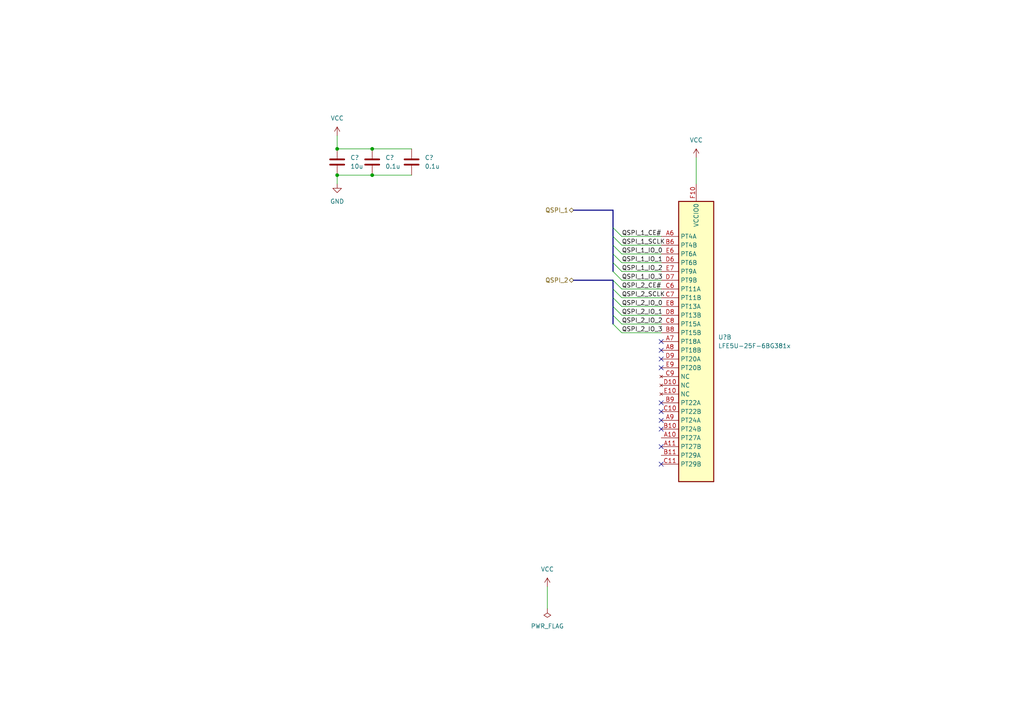
<source format=kicad_sch>
(kicad_sch (version 20211123) (generator eeschema)
  (paper "A4")
  (lib_symbols
    (symbol "Device:C" (pin_numbers hide) (pin_names (offset 0.254))
      (property "Reference" "C" (at 0.635 2.54 0))
      (property "Value" "C" (at 0.635 -2.54 0))
      (symbol "C_0_1"
        (polyline (pts (xy -2.032 -0.762) (xy 2.032 -0.762)) (stroke (width 0.508)))
        (polyline (pts (xy -2.032 0.762) (xy 2.032 0.762)) (stroke (width 0.508)))
      )
      (symbol "C_1_1"
        (pin passive line (at 0 3.81 270) (length 2.794) (name "~") (number "1"))
        (pin passive line (at 0 -3.81 90) (length 2.794) (name "~") (number "2"))
      )
    )
    (symbol "fpga_extension_library:LFE5U-25F-6BG381x"
      (property "Reference" "U" (at 24.13 16.51 0))
      (property "Value" "LFE5U-25F-6BG381x" (at 24.13 13.97 0))
      (symbol "LFE5U-25F-6BG381x_1_1"
        (rectangle (start -25.4 10.16) (end 25.4 -10.16) (stroke (width 0.3048)) (fill (type background)))
        (pin passive line (at 0 -15.24 90) (length 5.08) hide (name "GND") (number "B14"))
        (pin passive line (at 0 -15.24 90) (length 5.08) hide (name "GND") (number "B7"))
        (pin power_in line (at 0 -15.24 90) (length 5.08) (name "GND") (number "C19"))
        (pin passive line (at 0 -15.24 90) (length 5.08) hide (name "GND") (number "D4"))
        (pin passive line (at 0 -15.24 90) (length 5.08) hide (name "GND") (number "F13"))
        (pin passive line (at 0 -15.24 90) (length 5.08) hide (name "GND") (number "F14"))
        (pin passive line (at 12.7 15.24 270) (length 5.08) hide (name "VCCAUX") (number "F15"))
        (pin passive line (at 12.7 15.24 270) (length 5.08) hide (name "VCCAUX") (number "F6"))
        (pin passive line (at 0 -15.24 90) (length 5.08) hide (name "GND") (number "F7"))
        (pin passive line (at 0 -15.24 90) (length 5.08) hide (name "GND") (number "F8"))
        (pin passive line (at 0 -15.24 90) (length 5.08) hide (name "GND") (number "G10"))
        (pin passive line (at 0 -15.24 90) (length 5.08) hide (name "GND") (number "G11"))
        (pin passive line (at 0 -15.24 90) (length 5.08) hide (name "GND") (number "G12"))
        (pin passive line (at 0 -15.24 90) (length 5.08) hide (name "GND") (number "G13"))
        (pin passive line (at 0 -15.24 90) (length 5.08) hide (name "GND") (number "G14"))
        (pin passive line (at 0 -15.24 90) (length 5.08) hide (name "GND") (number "G15"))
        (pin passive line (at 0 -15.24 90) (length 5.08) hide (name "GND") (number "G17"))
        (pin passive line (at 0 -15.24 90) (length 5.08) hide (name "GND") (number "G4"))
        (pin passive line (at 0 -15.24 90) (length 5.08) hide (name "GND") (number "G6"))
        (pin passive line (at 0 -15.24 90) (length 5.08) hide (name "GND") (number "G7"))
        (pin passive line (at 0 -15.24 90) (length 5.08) hide (name "GND") (number "G8"))
        (pin passive line (at 0 -15.24 90) (length 5.08) hide (name "GND") (number "G9"))
        (pin passive line (at 0 15.24 270) (length 5.08) hide (name "VCC") (number "H10"))
        (pin passive line (at 0 15.24 270) (length 5.08) hide (name "VCC") (number "H11"))
        (pin passive line (at 0 15.24 270) (length 5.08) hide (name "VCC") (number "H12"))
        (pin power_in line (at 0 15.24 270) (length 5.08) (name "VCC") (number "H13"))
        (pin passive line (at 0 -15.24 90) (length 5.08) hide (name "GND") (number "H19"))
        (pin passive line (at 0 15.24 270) (length 5.08) hide (name "VCC") (number "H8"))
        (pin passive line (at 0 15.24 270) (length 5.08) hide (name "VCC") (number "H9"))
        (pin passive line (at 0 -15.24 90) (length 5.08) hide (name "GND") (number "J10"))
        (pin passive line (at 0 -15.24 90) (length 5.08) hide (name "GND") (number "J11"))
        (pin passive line (at 0 -15.24 90) (length 5.08) hide (name "GND") (number "J12"))
        (pin passive line (at 0 15.24 270) (length 5.08) hide (name "VCC") (number "J13"))
        (pin passive line (at 0 -15.24 90) (length 5.08) hide (name "GND") (number "J14"))
        (pin passive line (at 0 -15.24 90) (length 5.08) hide (name "GND") (number "J2"))
        (pin passive line (at 0 -15.24 90) (length 5.08) hide (name "GND") (number "J7"))
        (pin passive line (at 0 15.24 270) (length 5.08) hide (name "VCC") (number "J8"))
        (pin passive line (at 0 -15.24 90) (length 5.08) hide (name "GND") (number "J9"))
        (pin passive line (at 0 -15.24 90) (length 5.08) hide (name "GND") (number "K10"))
        (pin passive line (at 0 -15.24 90) (length 5.08) hide (name "GND") (number "K11"))
        (pin passive line (at 0 -15.24 90) (length 5.08) hide (name "GND") (number "K12"))
        (pin passive line (at 0 15.24 270) (length 5.08) hide (name "VCC") (number "K13"))
        (pin passive line (at 0 -15.24 90) (length 5.08) hide (name "GND") (number "K14"))
        (pin passive line (at 0 -15.24 90) (length 5.08) hide (name "GND") (number "K15"))
        (pin passive line (at 0 -15.24 90) (length 5.08) hide (name "GND") (number "K6"))
        (pin passive line (at 0 -15.24 90) (length 5.08) hide (name "GND") (number "K7"))
        (pin passive line (at 0 15.24 270) (length 5.08) hide (name "VCC") (number "K8"))
        (pin passive line (at 0 -15.24 90) (length 5.08) hide (name "GND") (number "K9"))
        (pin passive line (at 0 -15.24 90) (length 5.08) hide (name "GND") (number "L10"))
        (pin passive line (at 0 -15.24 90) (length 5.08) hide (name "GND") (number "L11"))
        (pin passive line (at 0 -15.24 90) (length 5.08) hide (name "GND") (number "L12"))
        (pin passive line (at 0 15.24 270) (length 5.08) hide (name "VCC") (number "L13"))
        (pin passive line (at 0 15.24 270) (length 5.08) hide (name "VCC") (number "L8"))
        (pin passive line (at 0 -15.24 90) (length 5.08) hide (name "GND") (number "L9"))
        (pin passive line (at 0 -15.24 90) (length 5.08) hide (name "GND") (number "M10"))
        (pin passive line (at 0 -15.24 90) (length 5.08) hide (name "GND") (number "M11"))
        (pin passive line (at 0 -15.24 90) (length 5.08) hide (name "GND") (number "M12"))
        (pin passive line (at 0 15.24 270) (length 5.08) hide (name "VCC") (number "M13"))
        (pin passive line (at 0 -15.24 90) (length 5.08) hide (name "GND") (number "M14"))
        (pin passive line (at 0 -15.24 90) (length 5.08) hide (name "GND") (number "M16"))
        (pin passive line (at 0 -15.24 90) (length 5.08) hide (name "GND") (number "M2"))
        (pin passive line (at 0 -15.24 90) (length 5.08) hide (name "GND") (number "M7"))
        (pin passive line (at 0 15.24 270) (length 5.08) hide (name "VCC") (number "M8"))
        (pin passive line (at 0 -15.24 90) (length 5.08) hide (name "GND") (number "M9"))
        (pin passive line (at 0 15.24 270) (length 5.08) hide (name "VCC") (number "N10"))
        (pin passive line (at 0 15.24 270) (length 5.08) hide (name "VCC") (number "N11"))
        (pin passive line (at 0 15.24 270) (length 5.08) hide (name "VCC") (number "N12"))
        (pin passive line (at 0 15.24 270) (length 5.08) hide (name "VCC") (number "N13"))
        (pin passive line (at 0 -15.24 90) (length 5.08) hide (name "GND") (number "N14"))
        (pin passive line (at 0 -15.24 90) (length 5.08) hide (name "GND") (number "N15"))
        (pin passive line (at 0 -15.24 90) (length 5.08) hide (name "GND") (number "N6"))
        (pin passive line (at 0 -15.24 90) (length 5.08) hide (name "GND") (number "N7"))
        (pin passive line (at 0 15.24 270) (length 5.08) hide (name "VCC") (number "N8"))
        (pin passive line (at 0 15.24 270) (length 5.08) hide (name "VCC") (number "N9"))
        (pin passive line (at 0 -15.24 90) (length 5.08) hide (name "GND") (number "P11"))
        (pin passive line (at 0 -15.24 90) (length 5.08) hide (name "GND") (number "P12"))
        (pin passive line (at 0 -15.24 90) (length 5.08) hide (name "GND") (number "P13"))
        (pin passive line (at 0 -15.24 90) (length 5.08) hide (name "GND") (number "P14"))
        (pin power_in line (at 12.7 15.24 270) (length 5.08) (name "VCCAUX") (number "P15"))
        (pin passive line (at 12.7 15.24 270) (length 5.08) hide (name "VCCAUX") (number "P6"))
        (pin passive line (at 0 -15.24 90) (length 5.08) hide (name "GND") (number "P7"))
        (pin passive line (at 0 -15.24 90) (length 5.08) hide (name "GND") (number "P8"))
        (pin passive line (at 0 -15.24 90) (length 5.08) hide (name "GND") (number "R19"))
        (pin passive line (at 0 -15.24 90) (length 5.08) hide (name "GND") (number "T10"))
        (pin passive line (at 0 -15.24 90) (length 5.08) hide (name "GND") (number "T11"))
        (pin passive line (at 0 -15.24 90) (length 5.08) hide (name "GND") (number "T12"))
        (pin passive line (at 0 -15.24 90) (length 5.08) hide (name "GND") (number "T13"))
        (pin passive line (at 0 -15.24 90) (length 5.08) hide (name "GND") (number "T14"))
        (pin passive line (at 0 -15.24 90) (length 5.08) hide (name "GND") (number "T15"))
        (pin passive line (at 0 -15.24 90) (length 5.08) hide (name "GND") (number "T6"))
        (pin passive line (at 0 -15.24 90) (length 5.08) hide (name "GND") (number "T7"))
        (pin passive line (at 0 -15.24 90) (length 5.08) hide (name "GND") (number "T8"))
        (pin passive line (at 0 -15.24 90) (length 5.08) hide (name "GND") (number "T9"))
        (pin passive line (at 0 -15.24 90) (length 5.08) hide (name "GND") (number "U10"))
        (pin passive line (at 0 -15.24 90) (length 5.08) hide (name "GND") (number "U11"))
        (pin passive line (at 0 -15.24 90) (length 5.08) hide (name "GND") (number "U12"))
        (pin passive line (at 0 -15.24 90) (length 5.08) hide (name "GND") (number "U13"))
        (pin passive line (at 0 -15.24 90) (length 5.08) hide (name "GND") (number "U14"))
        (pin passive line (at 0 -15.24 90) (length 5.08) hide (name "GND") (number "U15"))
        (pin passive line (at 0 -15.24 90) (length 5.08) hide (name "GND") (number "U6"))
        (pin passive line (at 0 -15.24 90) (length 5.08) hide (name "GND") (number "U7"))
        (pin passive line (at 0 -15.24 90) (length 5.08) hide (name "GND") (number "U8"))
        (pin passive line (at 0 -15.24 90) (length 5.08) hide (name "GND") (number "U9"))
        (pin passive line (at 0 -15.24 90) (length 5.08) hide (name "GND") (number "V10"))
        (pin passive line (at 0 -15.24 90) (length 5.08) hide (name "GND") (number "V11"))
        (pin passive line (at 0 -15.24 90) (length 5.08) hide (name "GND") (number "V12"))
        (pin passive line (at 0 -15.24 90) (length 5.08) hide (name "GND") (number "V13"))
        (pin passive line (at 0 -15.24 90) (length 5.08) hide (name "GND") (number "V14"))
        (pin passive line (at 0 -15.24 90) (length 5.08) hide (name "GND") (number "V15"))
        (pin passive line (at 0 -15.24 90) (length 5.08) hide (name "GND") (number "V16"))
        (pin passive line (at 0 -15.24 90) (length 5.08) hide (name "GND") (number "V17"))
        (pin passive line (at 0 -15.24 90) (length 5.08) hide (name "GND") (number "V18"))
        (pin passive line (at 0 -15.24 90) (length 5.08) hide (name "GND") (number "V19"))
        (pin passive line (at 0 -15.24 90) (length 5.08) hide (name "GND") (number "V20"))
        (pin passive line (at 0 -15.24 90) (length 5.08) hide (name "GND") (number "V5"))
        (pin passive line (at 0 -15.24 90) (length 5.08) hide (name "GND") (number "V6"))
        (pin passive line (at 0 -15.24 90) (length 5.08) hide (name "GND") (number "V7"))
        (pin passive line (at 0 -15.24 90) (length 5.08) hide (name "GND") (number "V8"))
        (pin passive line (at 0 -15.24 90) (length 5.08) hide (name "GND") (number "V9"))
        (pin passive line (at 0 -15.24 90) (length 5.08) hide (name "GND") (number "W12"))
        (pin no_connect line (at 25.4 -5.08 180) (length 5.08) hide (name "RESERVED") (number "W13"))
        (pin no_connect line (at 25.4 -2.54 180) (length 5.08) hide (name "RESERVED") (number "W14"))
        (pin passive line (at 0 -15.24 90) (length 5.08) hide (name "GND") (number "W15"))
        (pin passive line (at 0 -15.24 90) (length 5.08) hide (name "GND") (number "W16"))
        (pin no_connect line (at 25.4 0 180) (length 5.08) hide (name "RESERVED") (number "W17"))
        (pin no_connect line (at 25.4 2.54 180) (length 5.08) hide (name "RESERVED") (number "W18"))
        (pin passive line (at 0 -15.24 90) (length 5.08) hide (name "GND") (number "W19"))
        (pin passive line (at 0 -15.24 90) (length 5.08) hide (name "GND") (number "W20"))
        (pin no_connect line (at -25.4 2.54 0) (length 5.08) hide (name "RESERVED") (number "W4"))
        (pin no_connect line (at -25.4 0 0) (length 5.08) hide (name "RESERVED") (number "W5"))
        (pin passive line (at 0 -15.24 90) (length 5.08) hide (name "GND") (number "W6"))
        (pin passive line (at 0 -15.24 90) (length 5.08) hide (name "GND") (number "W7"))
        (pin no_connect line (at -25.4 -2.54 0) (length 5.08) hide (name "RESERVED") (number "W8"))
        (pin no_connect line (at -25.4 -5.08 0) (length 5.08) hide (name "RESERVED") (number "W9"))
        (pin passive line (at 0 -15.24 90) (length 5.08) hide (name "GND") (number "Y11"))
        (pin passive line (at 0 -15.24 90) (length 5.08) hide (name "GND") (number "Y12"))
        (pin passive line (at 0 -15.24 90) (length 5.08) hide (name "GND") (number "Y14"))
        (pin passive line (at 0 -15.24 90) (length 5.08) hide (name "GND") (number "Y15"))
        (pin passive line (at 0 -15.24 90) (length 5.08) hide (name "GND") (number "Y16"))
        (pin passive line (at 0 -15.24 90) (length 5.08) hide (name "GND") (number "Y17"))
        (pin passive line (at 0 -15.24 90) (length 5.08) hide (name "GND") (number "Y19"))
        (pin passive line (at 0 -15.24 90) (length 5.08) hide (name "GND") (number "Y5"))
        (pin passive line (at 0 -15.24 90) (length 5.08) hide (name "GND") (number "Y6"))
        (pin passive line (at 0 -15.24 90) (length 5.08) hide (name "GND") (number "Y7"))
        (pin passive line (at 0 -15.24 90) (length 5.08) hide (name "GND") (number "Y8"))
      )
      (symbol "LFE5U-25F-6BG381x_2_1"
        (rectangle (start -5.08 40.64) (end 5.08 -40.64) (stroke (width 0.3048)) (fill (type background)))
        (pin bidirectional line (at -10.16 -27.94 0) (length 5.08) (name "PT27A") (number "A10"))
        (pin bidirectional line (at -10.16 -30.48 0) (length 5.08) (name "PT27B") (number "A11"))
        (pin bidirectional line (at -10.16 30.48 0) (length 5.08) (name "PT4A") (number "A6"))
        (pin bidirectional line (at -10.16 0 0) (length 5.08) (name "PT18A") (number "A7"))
        (pin bidirectional line (at -10.16 -2.54 0) (length 5.08) (name "PT18B") (number "A8"))
        (pin bidirectional line (at -10.16 -22.86 0) (length 5.08) (name "PT24A") (number "A9"))
        (pin bidirectional line (at -10.16 -25.4 0) (length 5.08) (name "PT24B") (number "B10"))
        (pin bidirectional line (at -10.16 -33.02 0) (length 5.08) (name "PT29A") (number "B11"))
        (pin bidirectional line (at -10.16 27.94 0) (length 5.08) (name "PT4B") (number "B6"))
        (pin bidirectional line (at -10.16 2.54 0) (length 5.08) (name "PT15B") (number "B8"))
        (pin bidirectional line (at -10.16 -17.78 0) (length 5.08) (name "PT22A") (number "B9"))
        (pin bidirectional line (at -10.16 -20.32 0) (length 5.08) (name "PT22B") (number "C10"))
        (pin bidirectional line (at -10.16 -35.56 0) (length 5.08) (name "PT29B") (number "C11"))
        (pin bidirectional line (at -10.16 15.24 0) (length 5.08) (name "PT11A") (number "C6"))
        (pin bidirectional line (at -10.16 12.7 0) (length 5.08) (name "PT11B") (number "C7"))
        (pin bidirectional line (at -10.16 5.08 0) (length 5.08) (name "PT15A") (number "C8"))
        (pin no_connect line (at -10.16 -10.16 0) (length 5.08) (name "NC") (number "C9"))
        (pin no_connect line (at -10.16 -12.7 0) (length 5.08) (name "NC") (number "D10"))
        (pin bidirectional line (at -10.16 22.86 0) (length 5.08) (name "PT6B") (number "D6"))
        (pin bidirectional line (at -10.16 17.78 0) (length 5.08) (name "PT9B") (number "D7"))
        (pin bidirectional line (at -10.16 7.62 0) (length 5.08) (name "PT13B") (number "D8"))
        (pin bidirectional line (at -10.16 -5.08 0) (length 5.08) (name "PT20A") (number "D9"))
        (pin no_connect line (at -10.16 -15.24 0) (length 5.08) (name "NC") (number "E10"))
        (pin bidirectional line (at -10.16 25.4 0) (length 5.08) (name "PT6A") (number "E6"))
        (pin bidirectional line (at -10.16 20.32 0) (length 5.08) (name "PT9A") (number "E7"))
        (pin bidirectional line (at -10.16 10.16 0) (length 5.08) (name "PT13A") (number "E8"))
        (pin bidirectional line (at -10.16 -7.62 0) (length 5.08) (name "PT20B") (number "E9"))
        (pin power_in line (at 0 45.72 270) (length 5.08) (name "VCCIO0") (number "F10"))
        (pin passive line (at 0 45.72 270) (length 5.08) hide (name "VCCIO0") (number "F9"))
      )
      (symbol "LFE5U-25F-6BG381x_3_1"
        (rectangle (start -5.08 48.26) (end 5.08 -48.26) (stroke (width 0.3048)) (fill (type background)))
        (pin bidirectional line (at -10.16 22.86 0) (length 5.08) (name "PT40A") (number "A12"))
        (pin bidirectional line (at -10.16 20.32 0) (length 5.08) (name "PT40B") (number "A13"))
        (pin bidirectional line (at -10.16 7.62 0) (length 5.08) (name "PT47A") (number "A14"))
        (pin no_connect line (at -10.16 -2.54 0) (length 5.08) (name "NC") (number "A15"))
        (pin bidirectional line (at -10.16 -15.24 0) (length 5.08) (name "PT56A") (number "A16"))
        (pin bidirectional line (at -10.16 -30.48 0) (length 5.08) (name "PT62A") (number "A17"))
        (pin bidirectional line (at -10.16 -35.56 0) (length 5.08) (name "PT65A") (number "A18"))
        (pin bidirectional line (at -10.16 -40.64 0) (length 5.08) (name "PT67A") (number "A19"))
        (pin bidirectional line (at -10.16 33.02 0) (length 5.08) (name "PT35A") (number "B12"))
        (pin bidirectional line (at -10.16 17.78 0) (length 5.08) (name "PT42A") (number "B13"))
        (pin bidirectional line (at -10.16 -5.08 0) (length 5.08) (name "PT51A") (number "B15"))
        (pin bidirectional line (at -10.16 -17.78 0) (length 5.08) (name "PT56B") (number "B16"))
        (pin bidirectional line (at -10.16 -25.4 0) (length 5.08) (name "PT60A") (number "B17"))
        (pin bidirectional line (at -10.16 -33.02 0) (length 5.08) (name "PT62B") (number "B18"))
        (pin bidirectional line (at -10.16 -38.1 0) (length 5.08) (name "PT65B") (number "B19"))
        (pin bidirectional line (at -10.16 -43.18 0) (length 5.08) (name "PT67B") (number "B20"))
        (pin bidirectional line (at -10.16 30.48 0) (length 5.08) (name "PT35B") (number "C12"))
        (pin bidirectional line (at -10.16 15.24 0) (length 5.08) (name "PT42B") (number "C13"))
        (pin bidirectional line (at -10.16 5.08 0) (length 5.08) (name "PT47B") (number "C14"))
        (pin bidirectional line (at -10.16 -7.62 0) (length 5.08) (name "PT51B") (number "C15"))
        (pin bidirectional line (at -10.16 -20.32 0) (length 5.08) (name "PT58A") (number "C16"))
        (pin bidirectional line (at -10.16 -27.94 0) (length 5.08) (name "PT60B") (number "C17"))
        (pin bidirectional line (at -10.16 38.1 0) (length 5.08) (name "PT33A") (number "D11"))
        (pin bidirectional line (at -10.16 27.94 0) (length 5.08) (name "PT38A") (number "D12"))
        (pin bidirectional line (at -10.16 12.7 0) (length 5.08) (name "PT44A") (number "D13"))
        (pin bidirectional line (at -10.16 2.54 0) (length 5.08) (name "PT49A") (number "D14"))
        (pin bidirectional line (at -10.16 -10.16 0) (length 5.08) (name "PT53A") (number "D15"))
        (pin bidirectional line (at -10.16 -22.86 0) (length 5.08) (name "PT58B") (number "D16"))
        (pin bidirectional line (at -10.16 35.56 0) (length 5.08) (name "PT33B") (number "E11"))
        (pin bidirectional line (at -10.16 25.4 0) (length 5.08) (name "PT38B") (number "E12"))
        (pin bidirectional line (at -10.16 10.16 0) (length 5.08) (name "PT44B") (number "E13"))
        (pin bidirectional line (at -10.16 0 0) (length 5.08) (name "PT49B") (number "E14"))
        (pin bidirectional line (at -10.16 -12.7 0) (length 5.08) (name "PT53B") (number "E15"))
        (pin passive line (at 0 53.34 270) (length 5.08) hide (name "VCCIO1") (number "F11"))
        (pin power_in line (at 0 53.34 270) (length 5.08) (name "VCCIO1") (number "F12"))
      )
      (symbol "LFE5U-25F-6BG381x_4_1"
        (rectangle (start -5.08 48.26) (end 5.08 -48.26) (stroke (width 0.3048)) (fill (type background)))
        (pin bidirectional line (at -10.16 38.1 0) (length 5.08) (name "PR2A") (number "C18"))
        (pin bidirectional line (at -10.16 -7.62 0) (length 5.08) (name "PR14A") (number "C20"))
        (pin bidirectional line (at -10.16 35.56 0) (length 5.08) (name "PR2B") (number "D17"))
        (pin bidirectional line (at -10.16 27.94 0) (length 5.08) (name "PR5A") (number "D18"))
        (pin bidirectional line (at -10.16 -10.16 0) (length 5.08) (name "PR14B") (number "D19"))
        (pin bidirectional line (at -10.16 -12.7 0) (length 5.08) (name "PR14C") (number "D20"))
        (pin bidirectional line (at -10.16 33.02 0) (length 5.08) (name "PR2C") (number "E16"))
        (pin bidirectional line (at -10.16 25.4 0) (length 5.08) (name "PR5B") (number "E17"))
        (pin bidirectional line (at -10.16 22.86 0) (length 5.08) (name "PR5C") (number "E18"))
        (pin bidirectional line (at -10.16 -15.24 0) (length 5.08) (name "PR14D") (number "E19"))
        (pin bidirectional line (at -10.16 -17.78 0) (length 5.08) (name "PR17A") (number "E20"))
        (pin bidirectional line (at -10.16 30.48 0) (length 5.08) (name "PR2D") (number "F16"))
        (pin bidirectional line (at -10.16 17.78 0) (length 5.08) (name "PR8A") (number "F17"))
        (pin bidirectional line (at -10.16 20.32 0) (length 5.08) (name "PR5D") (number "F18"))
        (pin bidirectional line (at -10.16 -20.32 0) (length 5.08) (name "PR17B") (number "F19"))
        (pin bidirectional line (at -10.16 -22.86 0) (length 5.08) (name "PR17C") (number "F20"))
        (pin bidirectional line (at -10.16 12.7 0) (length 5.08) (name "PR8C") (number "G16"))
        (pin bidirectional line (at -10.16 15.24 0) (length 5.08) (name "PR8B") (number "G18"))
        (pin bidirectional line (at -10.16 -27.94 0) (length 5.08) (name "PR20A") (number "G19"))
        (pin bidirectional line (at -10.16 -25.4 0) (length 5.08) (name "PR17D") (number "G20"))
        (pin passive line (at 0 53.34 270) (length 5.08) hide (name "VCCIO2") (number "H14"))
        (pin power_in line (at 0 53.34 270) (length 5.08) (name "VCCIO2") (number "H15"))
        (pin bidirectional line (at -10.16 10.16 0) (length 5.08) (name "PR8D") (number "H16"))
        (pin bidirectional line (at -10.16 5.08 0) (length 5.08) (name "PR11B") (number "H17"))
        (pin bidirectional line (at -10.16 7.62 0) (length 5.08) (name "PR11A") (number "H18"))
        (pin bidirectional line (at -10.16 -30.48 0) (length 5.08) (name "PR20B") (number "H20"))
        (pin passive line (at 0 53.34 270) (length 5.08) hide (name "VCCIO2") (number "J15"))
        (pin bidirectional line (at -10.16 0 0) (length 5.08) (name "PR11D") (number "J16"))
        (pin bidirectional line (at -10.16 2.54 0) (length 5.08) (name "PR11C") (number "J17"))
        (pin bidirectional line (at -10.16 -33.02 0) (length 5.08) (name "PR20C") (number "J18"))
        (pin bidirectional line (at -10.16 -38.1 0) (length 5.08) (name "PR23A") (number "J19"))
        (pin bidirectional line (at -10.16 -43.18 0) (length 5.08) (name "PR23C") (number "J20"))
        (pin no_connect line (at -10.16 -2.54 0) (length 5.08) (name "NC") (number "K16"))
        (pin no_connect line (at -10.16 -5.08 0) (length 5.08) (name "NC") (number "K17"))
        (pin bidirectional line (at -10.16 -35.56 0) (length 5.08) (name "PR20D") (number "K18"))
        (pin bidirectional line (at -10.16 -40.64 0) (length 5.08) (name "PR23B") (number "K19"))
        (pin bidirectional line (at -10.16 -45.72 0) (length 5.08) (name "PR23D") (number "K20"))
      )
      (symbol "LFE5U-25F-6BG381x_5_1"
        (rectangle (start -5.08 48.26) (end 5.08 -48.26) (stroke (width 0.3048)) (fill (type background)))
        (pin passive line (at 0 53.34 270) (length 5.08) hide (name "VCCIO3") (number "L14"))
        (pin power_in line (at 0 53.34 270) (length 5.08) (name "VCCIO3") (number "L15"))
        (pin bidirectional line (at -10.16 27.94 0) (length 5.08) (name "PR29A") (number "L16"))
        (pin bidirectional line (at -10.16 25.4 0) (length 5.08) (name "PR29B") (number "L17"))
        (pin bidirectional line (at -10.16 22.86 0) (length 5.08) (name "PR29C") (number "L18"))
        (pin bidirectional line (at -10.16 33.02 0) (length 5.08) (name "PR26C") (number "L19"))
        (pin bidirectional line (at -10.16 38.1 0) (length 5.08) (name "PR26A") (number "L20"))
        (pin passive line (at 0 53.34 270) (length 5.08) hide (name "VCCIO3") (number "M15"))
        (pin bidirectional line (at -10.16 15.24 0) (length 5.08) (name "PR32B") (number "M17"))
        (pin bidirectional line (at -10.16 20.32 0) (length 5.08) (name "PR29D") (number "M18"))
        (pin bidirectional line (at -10.16 30.48 0) (length 5.08) (name "PR26D") (number "M19"))
        (pin bidirectional line (at -10.16 35.56 0) (length 5.08) (name "PR26B") (number "M20"))
        (pin bidirectional line (at -10.16 17.78 0) (length 5.08) (name "PR32A") (number "N16"))
        (pin bidirectional line (at -10.16 7.62 0) (length 5.08) (name "PR35A") (number "N17"))
        (pin bidirectional line (at -10.16 12.7 0) (length 5.08) (name "PR32C") (number "N18"))
        (pin bidirectional line (at -10.16 -5.08 0) (length 5.08) (name "PR38A") (number "N19"))
        (pin bidirectional line (at -10.16 -7.62 0) (length 5.08) (name "PR38B") (number "N20"))
        (pin bidirectional line (at -10.16 5.08 0) (length 5.08) (name "PR35B") (number "P16"))
        (pin bidirectional line (at -10.16 10.16 0) (length 5.08) (name "PR32D") (number "P17"))
        (pin bidirectional line (at -10.16 -12.7 0) (length 5.08) (name "PR38D") (number "P18"))
        (pin bidirectional line (at -10.16 -10.16 0) (length 5.08) (name "PR38C") (number "P19"))
        (pin bidirectional line (at -10.16 -15.24 0) (length 5.08) (name "PR41A") (number "P20"))
        (pin bidirectional line (at -10.16 2.54 0) (length 5.08) (name "PR35C") (number "R16"))
        (pin bidirectional line (at -10.16 0 0) (length 5.08) (name "PR35D") (number "R17"))
        (pin bidirectional line (at -10.16 -27.94 0) (length 5.08) (name "PR44B") (number "R18"))
        (pin bidirectional line (at -10.16 -17.78 0) (length 5.08) (name "PR41B") (number "R20"))
        (pin no_connect line (at -10.16 -2.54 0) (length 5.08) (name "NC") (number "T16"))
        (pin bidirectional line (at -10.16 -43.18 0) (length 5.08) (name "PR47D") (number "T17"))
        (pin bidirectional line (at -10.16 -33.02 0) (length 5.08) (name "PR44D") (number "T18"))
        (pin bidirectional line (at -10.16 -25.4 0) (length 5.08) (name "PR44A") (number "T19"))
        (pin bidirectional line (at -10.16 -20.32 0) (length 5.08) (name "PR41C") (number "T20"))
        (pin bidirectional line (at -10.16 -40.64 0) (length 5.08) (name "PR47C") (number "U16"))
        (pin bidirectional line (at -10.16 -38.1 0) (length 5.08) (name "PR47B") (number "U17"))
        (pin bidirectional line (at -10.16 -35.56 0) (length 5.08) (name "PR47A") (number "U18"))
        (pin bidirectional line (at -10.16 -30.48 0) (length 5.08) (name "PR44C") (number "U19"))
        (pin bidirectional line (at -10.16 -22.86 0) (length 5.08) (name "PR41D") (number "U20"))
      )
      (symbol "LFE5U-25F-6BG381x_6_1"
        (rectangle (start -5.08 48.26) (end 5.08 -48.26) (stroke (width 0.3048)) (fill (type background)))
        (pin bidirectional line (at -10.16 35.56 0) (length 5.08) (name "PL26B") (number "F1"))
        (pin bidirectional line (at -10.16 30.48 0) (length 5.08) (name "PL26D") (number "G1"))
        (pin bidirectional line (at -10.16 38.1 0) (length 5.08) (name "PL26A") (number "G2"))
        (pin bidirectional line (at -10.16 12.7 0) (length 5.08) (name "PL32C") (number "H1"))
        (pin bidirectional line (at -10.16 33.02 0) (length 5.08) (name "PL26C") (number "H2"))
        (pin bidirectional line (at -10.16 15.24 0) (length 5.08) (name "PL32B") (number "J1"))
        (pin bidirectional line (at -10.16 22.86 0) (length 5.08) (name "PL29C") (number "J3"))
        (pin bidirectional line (at -10.16 27.94 0) (length 5.08) (name "PL29A") (number "J4"))
        (pin bidirectional line (at -10.16 25.4 0) (length 5.08) (name "PL29B") (number "J5"))
        (pin bidirectional line (at -10.16 10.16 0) (length 5.08) (name "PL32D") (number "K1"))
        (pin bidirectional line (at -10.16 17.78 0) (length 5.08) (name "PL32A") (number "K2"))
        (pin bidirectional line (at -10.16 20.32 0) (length 5.08) (name "PL29D") (number "K3"))
        (pin bidirectional line (at -10.16 7.62 0) (length 5.08) (name "PL35A") (number "K4"))
        (pin bidirectional line (at -10.16 5.08 0) (length 5.08) (name "PL35B") (number "K5"))
        (pin bidirectional line (at -10.16 -30.48 0) (length 5.08) (name "PL44C") (number "L1"))
        (pin bidirectional line (at -10.16 -22.86 0) (length 5.08) (name "PL41D") (number "L2"))
        (pin bidirectional line (at -10.16 -20.32 0) (length 5.08) (name "PL41C") (number "L3"))
        (pin bidirectional line (at -10.16 2.54 0) (length 5.08) (name "PL35C") (number "L4"))
        (pin bidirectional line (at -10.16 0 0) (length 5.08) (name "PL35D") (number "L5"))
        (pin passive line (at 0 53.34 270) (length 5.08) hide (name "VCCIO6") (number "L6"))
        (pin power_in line (at 0 53.34 270) (length 5.08) (name "VCCIO6") (number "L7"))
        (pin bidirectional line (at -10.16 -27.94 0) (length 5.08) (name "PL44B") (number "M1"))
        (pin bidirectional line (at -10.16 -17.78 0) (length 5.08) (name "PL41B") (number "M3"))
        (pin bidirectional line (at -10.16 -5.08 0) (length 5.08) (name "PL38A") (number "M4"))
        (pin no_connect line (at -10.16 -2.54 0) (length 5.08) (name "NC") (number "M5"))
        (pin passive line (at 0 53.34 270) (length 5.08) hide (name "VCCIO6") (number "M6"))
        (pin bidirectional line (at -10.16 -33.02 0) (length 5.08) (name "PL44D") (number "N1"))
        (pin bidirectional line (at -10.16 -25.4 0) (length 5.08) (name "PL44A") (number "N2"))
        (pin bidirectional line (at -10.16 -15.24 0) (length 5.08) (name "PL41A") (number "N3"))
        (pin bidirectional line (at -10.16 -10.16 0) (length 5.08) (name "PL38C") (number "N4"))
        (pin bidirectional line (at -10.16 -7.62 0) (length 5.08) (name "PL38B") (number "N5"))
        (pin bidirectional line (at -10.16 -35.56 0) (length 5.08) (name "PL47A") (number "P1"))
        (pin bidirectional line (at -10.16 -38.1 0) (length 5.08) (name "PL47B") (number "P2"))
        (pin bidirectional line (at -10.16 -40.64 0) (length 5.08) (name "PL47C") (number "P3"))
        (pin bidirectional line (at -10.16 -43.18 0) (length 5.08) (name "PL47D") (number "P4"))
        (pin bidirectional line (at -10.16 -12.7 0) (length 5.08) (name "PL38D") (number "P5"))
      )
      (symbol "LFE5U-25F-6BG381x_7_1"
        (rectangle (start -5.08 45.72) (end 5.08 -45.72) (stroke (width 0.3048)) (fill (type background)))
        (pin bidirectional line (at -10.16 -5.08 0) (length 5.08) (name "PL14A") (number "A2"))
        (pin bidirectional line (at -10.16 20.32 0) (length 5.08) (name "PL5C") (number "A3"))
        (pin bidirectional line (at -10.16 35.56 0) (length 5.08) (name "PL2A") (number "A4"))
        (pin bidirectional line (at -10.16 33.02 0) (length 5.08) (name "PL2B") (number "A5"))
        (pin bidirectional line (at -10.16 -7.62 0) (length 5.08) (name "PL14B") (number "B1"))
        (pin bidirectional line (at -10.16 -10.16 0) (length 5.08) (name "PL14C") (number "B2"))
        (pin bidirectional line (at -10.16 17.78 0) (length 5.08) (name "PL5D") (number "B3"))
        (pin bidirectional line (at -10.16 22.86 0) (length 5.08) (name "PL5B") (number "B4"))
        (pin bidirectional line (at -10.16 30.48 0) (length 5.08) (name "PL2C") (number "B5"))
        (pin bidirectional line (at -10.16 -15.24 0) (length 5.08) (name "PL17A") (number "C1"))
        (pin bidirectional line (at -10.16 -12.7 0) (length 5.08) (name "PL14D") (number "C2"))
        (pin bidirectional line (at -10.16 10.16 0) (length 5.08) (name "PL8C") (number "C3"))
        (pin bidirectional line (at -10.16 25.4 0) (length 5.08) (name "PL5A") (number "C4"))
        (pin bidirectional line (at -10.16 27.94 0) (length 5.08) (name "PL2D") (number "C5"))
        (pin bidirectional line (at -10.16 -17.78 0) (length 5.08) (name "PL17B") (number "D1"))
        (pin bidirectional line (at -10.16 -20.32 0) (length 5.08) (name "PL17C") (number "D2"))
        (pin bidirectional line (at -10.16 7.62 0) (length 5.08) (name "PL8D") (number "D3"))
        (pin bidirectional line (at -10.16 12.7 0) (length 5.08) (name "PL8B") (number "D5"))
        (pin bidirectional line (at -10.16 -22.86 0) (length 5.08) (name "PL17D") (number "E1"))
        (pin bidirectional line (at -10.16 -43.18 0) (length 5.08) (name "PL23D") (number "E2"))
        (pin bidirectional line (at -10.16 2.54 0) (length 5.08) (name "PL11B") (number "E3"))
        (pin bidirectional line (at -10.16 15.24 0) (length 5.08) (name "PL8A") (number "E4"))
        (pin bidirectional line (at -10.16 0 0) (length 5.08) (name "PL11C") (number "E5"))
        (pin bidirectional line (at -10.16 -40.64 0) (length 5.08) (name "PL23C") (number "F2"))
        (pin bidirectional line (at -10.16 -38.1 0) (length 5.08) (name "PL23B") (number "F3"))
        (pin bidirectional line (at -10.16 5.08 0) (length 5.08) (name "PL11A") (number "F4"))
        (pin bidirectional line (at -10.16 -2.54 0) (length 5.08) (name "PL11D") (number "F5"))
        (pin bidirectional line (at -10.16 -35.56 0) (length 5.08) (name "PL23A") (number "G3"))
        (pin bidirectional line (at -10.16 -27.94 0) (length 5.08) (name "PL20B") (number "G5"))
        (pin bidirectional line (at -10.16 -33.02 0) (length 5.08) (name "PL20D") (number "H3"))
        (pin bidirectional line (at -10.16 -25.4 0) (length 5.08) (name "PL20A") (number "H4"))
        (pin bidirectional line (at -10.16 -30.48 0) (length 5.08) (name "PL20C") (number "H5"))
        (pin passive line (at 0 50.8 270) (length 5.08) hide (name "VCCIO7") (number "H6"))
        (pin power_in line (at 0 50.8 270) (length 5.08) (name "VCCIO7") (number "H7"))
        (pin passive line (at 0 50.8 270) (length 5.08) hide (name "VCCIO7") (number "J6"))
      )
      (symbol "LFE5U-25F-6BG381x_8_1"
        (rectangle (start -5.08 22.86) (end 5.08 -22.86) (stroke (width 0.3048)) (fill (type background)))
        (pin power_in line (at 0 27.94 270) (length 5.08) (name "VCCIO8") (number "P10"))
        (pin passive line (at 0 27.94 270) (length 5.08) hide (name "VCCIO8") (number "P9"))
        (pin bidirectional line (at -10.16 12.7 0) (length 5.08) (name "PB4A") (number "R1"))
        (pin bidirectional line (at -10.16 -12.7 0) (length 5.08) (name "PB15A") (number "R2"))
        (pin bidirectional line (at -10.16 -15.24 0) (length 5.08) (name "PB15B") (number "R3"))
        (pin bidirectional line (at -10.16 10.16 0) (length 5.08) (name "PB4B") (number "T1"))
        (pin bidirectional line (at -10.16 -7.62 0) (length 5.08) (name "PB13A") (number "T2"))
        (pin bidirectional line (at -10.16 -17.78 0) (length 5.08) (name "PB18A") (number "T3"))
        (pin bidirectional line (at -10.16 7.62 0) (length 5.08) (name "PB6A") (number "U1"))
        (pin bidirectional line (at -10.16 -10.16 0) (length 5.08) (name "PB13B") (number "U2"))
        (pin bidirectional line (at -10.16 5.08 0) (length 5.08) (name "PB6B") (number "V1"))
        (pin bidirectional line (at -10.16 -2.54 0) (length 5.08) (name "PB11A") (number "V2"))
        (pin bidirectional line (at -10.16 2.54 0) (length 5.08) (name "PB9A") (number "W1"))
        (pin bidirectional line (at -10.16 -5.08 0) (length 5.08) (name "PB11B") (number "W2"))
        (pin bidirectional line (at -10.16 0 0) (length 5.08) (name "PB9B") (number "Y2"))
      )
      (symbol "LFE5U-25F-6BG381x_9_1"
        (rectangle (start -10.16 12.7) (end 10.16 -12.7) (stroke (width 0.3048)) (fill (type background)))
        (pin input line (at -15.24 -10.16 0) (length 5.08) (name "CFG_2") (number "R4"))
        (pin input line (at 15.24 5.08 180) (length 5.08) (name "TDI") (number "R5"))
        (pin input line (at -15.24 -7.62 0) (length 5.08) (name "CFG_1") (number "T4"))
        (pin input line (at 15.24 7.62 180) (length 5.08) (name "TCK") (number "T5"))
        (pin bidirectional line (at -15.24 10.16 0) (length 5.08) (name "CCLK") (number "U3"))
        (pin input line (at -15.24 -5.08 0) (length 5.08) (name "CFG_0") (number "U4"))
        (pin input line (at 15.24 2.54 180) (length 5.08) (name "TMS") (number "U5"))
        (pin open_collector line (at -15.24 2.54 0) (length 5.08) (name "~{INIT}") (number "V3"))
        (pin output line (at 15.24 10.16 180) (length 5.08) (name "TDO") (number "V4"))
        (pin no_connect line (at 10.16 -2.54 180) (length 5.08) hide (name "RESERVED") (number "W10"))
        (pin no_connect line (at 10.16 -5.08 180) (length 5.08) hide (name "RESERVED") (number "W11"))
        (pin input line (at -15.24 5.08 0) (length 5.08) (name "~{PROGRAM}") (number "W3"))
        (pin open_collector line (at -15.24 0 0) (length 5.08) (name "DONE") (number "Y3"))
      )
    )
    (symbol "fpga_extension_library:VCCIO0" (power) (pin_names (offset 0))
      (property "Value" "VCCIO0" (at 0 3.81 0))
      (symbol "VCCIO0_0_1"
        (polyline (pts (xy -0.762 1.27) (xy 0 2.54)))
        (polyline (pts (xy 0 0) (xy 0 2.54)))
        (polyline (pts (xy 0 2.54) (xy 0.762 1.27)))
      )
      (symbol "VCCIO0_1_1"
        (pin power_in line (at 0 0 90) (length 0) hide (name "VCC") (number "1"))
      )
    )
    (symbol "power:GND" (power) (pin_names (offset 0))
      (property "Value" "GND" (at 0 -3.81 0))
      (symbol "GND_0_1"
        (polyline (pts (xy 0 0) (xy 0 -1.27) (xy 1.27 -1.27) (xy 0 -2.54) (xy -1.27 -1.27) (xy 0 -1.27)))
      )
      (symbol "GND_1_1"
        (pin power_in line (at 0 0 270) (length 0) hide (name "GND") (number "1"))
      )
    )
    (symbol "power:PWR_FLAG" (power) (pin_numbers hide) (pin_names (offset 0) hide)
      (property "Value" "PWR_FLAG" (at 0 3.81 0))
      (symbol "PWR_FLAG_0_0"
        (pin power_out line (at 0 0 90) (length 0) (name "pwr") (number "1"))
      )
      (symbol "PWR_FLAG_0_1"
        (polyline (pts (xy 0 0) (xy 0 1.27) (xy -1.016 1.905) (xy 0 2.54) (xy 1.016 1.905) (xy 0 1.27)))
      )
    )
  )
  (junction (at 97.79 50.8))
  (junction (at 107.95 50.8))
  (junction (at 97.79 43.18))
  (junction (at 107.95 43.18))
  (no_connect (at 191.77 101.6))
  (no_connect (at 191.77 104.14))
  (no_connect (at 191.77 119.38))
  (no_connect (at 191.77 116.84))
  (no_connect (at 191.77 99.06))
  (no_connect (at 191.77 106.68))
  (no_connect (at 191.77 121.92))
  (no_connect (at 191.77 124.46))
  (no_connect (at 191.77 129.54))
  (no_connect (at 191.77 134.62))
  (bus_entry (at 177.8 91.44) (size 2.54 2.54))
  (bus_entry (at 177.8 88.9) (size 2.54 2.54))
  (bus_entry (at 177.8 81.28) (size 2.54 2.54))
  (bus_entry (at 177.8 66.04) (size 2.54 2.54))
  (bus_entry (at 177.8 73.66) (size 2.54 2.54))
  (bus_entry (at 177.8 76.2) (size 2.54 2.54))
  (bus_entry (at 177.8 68.58) (size 2.54 2.54))
  (bus_entry (at 177.8 71.12) (size 2.54 2.54))
  (bus_entry (at 177.8 78.74) (size 2.54 2.54))
  (bus_entry (at 177.8 93.98) (size 2.54 2.54))
  (bus_entry (at 177.8 86.36) (size 2.54 2.54))
  (bus_entry (at 177.8 83.82) (size 2.54 2.54))
  (wire (pts (xy 107.95 43.18) (xy 119.38 43.18)))
  (wire (pts (xy 180.34 71.12) (xy 191.77 71.12)))
  (wire (pts (xy 180.34 81.28) (xy 191.77 81.28)))
  (bus (pts (xy 177.8 73.66) (xy 177.8 71.12)))
  (bus (pts (xy 177.8 66.04) (xy 177.8 60.96)))
  (bus (pts (xy 166.37 60.96) (xy 177.8 60.96)))
  (bus (pts (xy 166.37 81.28) (xy 177.8 81.28)))
  (bus (pts (xy 177.8 78.74) (xy 177.8 76.2)))
  (wire (pts (xy 180.34 83.82) (xy 191.77 83.82)))
  (wire (pts (xy 180.34 78.74) (xy 191.77 78.74)))
  (bus (pts (xy 177.8 91.44) (xy 177.8 88.9)))
  (wire (pts (xy 180.34 86.36) (xy 191.77 86.36)))
  (bus (pts (xy 177.8 68.58) (xy 177.8 66.04)))
  (wire (pts (xy 107.95 50.8) (xy 119.38 50.8)))
  (wire (pts (xy 97.79 39.37) (xy 97.79 43.18)))
  (wire (pts (xy 180.34 76.2) (xy 191.77 76.2)))
  (bus (pts (xy 177.8 88.9) (xy 177.8 86.36)))
  (bus (pts (xy 177.8 71.12) (xy 177.8 68.58)))
  (wire (pts (xy 180.34 96.52) (xy 191.77 96.52)))
  (wire (pts (xy 158.75 170.18) (xy 158.75 176.53)))
  (wire (pts (xy 97.79 50.8) (xy 107.95 50.8)))
  (wire (pts (xy 97.79 50.8) (xy 97.79 53.34)))
  (wire (pts (xy 180.34 93.98) (xy 191.77 93.98)))
  (bus (pts (xy 177.8 93.98) (xy 177.8 91.44)))
  (wire (pts (xy 180.34 88.9) (xy 191.77 88.9)))
  (wire (pts (xy 180.34 73.66) (xy 191.77 73.66)))
  (bus (pts (xy 177.8 83.82) (xy 177.8 81.28)))
  (wire (pts (xy 97.79 43.18) (xy 107.95 43.18)))
  (wire (pts (xy 180.34 68.58) (xy 191.77 68.58)))
  (wire (pts (xy 180.34 91.44) (xy 191.77 91.44)))
  (bus (pts (xy 177.8 76.2) (xy 177.8 73.66)))
  (bus (pts (xy 177.8 86.36) (xy 177.8 83.82)))
  (wire (pts (xy 201.93 45.72) (xy 201.93 53.34)))
  (label "QSPI_1_SCLK" (at 180.34 71.12 0))
  (label "QSPI_1_IO_0" (at 180.34 73.66 0))
  (label "QSPI_2_IO_0" (at 180.34 88.9 0))
  (label "QSPI_2_CE#" (at 180.34 83.82 0))
  (label "QSPI_2_IO_2" (at 180.34 93.98 0))
  (label "QSPI_1_IO_2" (at 180.34 78.74 0))
  (label "QSPI_2_IO_1" (at 180.34 91.44 0))
  (label "QSPI_1_IO_1" (at 180.34 76.2 0))
  (label "QSPI_2_SCLK" (at 180.34 86.36 0))
  (label "QSPI_1_IO_3" (at 180.34 81.28 0))
  (label "QSPI_1_CE#" (at 180.34 68.58 0))
  (label "QSPI_2_IO_3" (at 180.34 96.52 0))
  (hierarchical_label "QSPI_2" (shape bidirectional) (at 166.37 81.28 180))
  (hierarchical_label "QSPI_1" (shape bidirectional) (at 166.37 60.96 180))
  (symbol (lib_id "Device:C") (at 97.79 46.99 0) (unit 1)
    (property "Reference" "C?" (at 101.6 45.7199 0) (effects (justify left)))
    (property "Value" "10u" (at 101.6 48.2599 0) (effects (justify left)))
    (property "Footprint" "Capacitor_SMD:C_0603_1608Metric_Pad1.08x0.95mm_HandSolder" (effects hide))
  )
  (symbol (lib_id "Device:C") (at 107.95 46.99 0) (unit 1)
    (property "Reference" "C?" (at 111.76 45.7199 0) (effects (justify left)))
    (property "Value" "0.1u" (at 111.76 48.2599 0) (effects (justify left)))
    (property "Footprint" "Capacitor_SMD:C_0201_0603Metric_Pad0.64x0.40mm_HandSolder" (effects hide))
  )
  (symbol (lib_id "power:GND") (at 97.79 53.34 0) (unit 1)
    (property "Reference" "#PWR?" (effects hide))
    (property "Value" "GND" (at 97.79 58.42 0))
  )
  (symbol (lib_id "fpga_extension_library:LFE5U-25F-6BG381x") (at 201.93 99.06 0) (unit 2)
    (property "Reference" "U?" (at 208.28 97.7899 0) (effects (justify left)))
    (property "Value" "LFE5U-25F-6BG381x" (at 208.28 100.3299 0) (effects (justify left)))
    (property "Footprint" "Package_BGA:Lattice_caBGA-381_17.0x17.0mm_Layout20x20_P0.8mm_Ball0.4mm_Pad0.4mm_NSMD" (effects hide))
    (property "Datasheet" "https://www.latticesemi.com/view_document?document_id=50461" (effects hide))
  )
  (symbol (lib_id "Device:C") (at 119.38 46.99 0) (unit 1)
    (property "Reference" "C?" (at 123.19 45.7199 0) (effects (justify left)))
    (property "Value" "0.1u" (at 123.19 48.2599 0) (effects (justify left)))
    (property "Footprint" "Capacitor_SMD:C_0201_0603Metric_Pad0.64x0.40mm_HandSolder" (effects hide))
  )
  (symbol (lib_id "fpga_extension_library:VCCIO0") (at 97.79 39.37 0) (unit 1)
    (property "Reference" "#PWR?" (effects hide))
    (property "Value" "VCCIO0" (at 97.79 34.29 0))
  )
  (symbol (lib_id "fpga_extension_library:VCCIO0") (at 158.75 170.18 0) (unit 1)
    (property "Reference" "#PWR?" (effects hide))
    (property "Value" "VCCIO0" (at 158.75 165.1 0))
  )
  (symbol (lib_id "fpga_extension_library:VCCIO0") (at 201.93 45.72 0) (unit 1)
    (property "Reference" "#PWR?" (effects hide))
    (property "Value" "VCCIO0" (at 201.93 40.64 0))
  )
  (symbol (lib_id "power:PWR_FLAG") (at 158.75 176.53 180) (unit 1)
    (property "Reference" "#FLG?" (effects hide))
    (property "Value" "PWR_FLAG" (at 158.75 181.61 0))
  )
)
</source>
